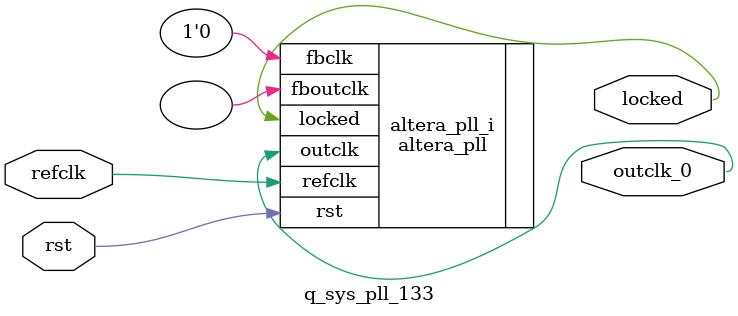
<source format=v>
`timescale 1ns/10ps
module  q_sys_pll_133(

	// interface 'refclk'
	input wire refclk,

	// interface 'reset'
	input wire rst,

	// interface 'outclk0'
	output wire outclk_0,

	// interface 'locked'
	output wire locked
);

	altera_pll #(
		.fractional_vco_multiplier("false"),
		.reference_clock_frequency("100.0 MHz"),
		.operation_mode("direct"),
		.number_of_clocks(1),
		.output_clock_frequency0("133.000000 MHz"),
		.phase_shift0("0 ps"),
		.duty_cycle0(50),
		.output_clock_frequency1("0 MHz"),
		.phase_shift1("0 ps"),
		.duty_cycle1(50),
		.output_clock_frequency2("0 MHz"),
		.phase_shift2("0 ps"),
		.duty_cycle2(50),
		.output_clock_frequency3("0 MHz"),
		.phase_shift3("0 ps"),
		.duty_cycle3(50),
		.output_clock_frequency4("0 MHz"),
		.phase_shift4("0 ps"),
		.duty_cycle4(50),
		.output_clock_frequency5("0 MHz"),
		.phase_shift5("0 ps"),
		.duty_cycle5(50),
		.output_clock_frequency6("0 MHz"),
		.phase_shift6("0 ps"),
		.duty_cycle6(50),
		.output_clock_frequency7("0 MHz"),
		.phase_shift7("0 ps"),
		.duty_cycle7(50),
		.output_clock_frequency8("0 MHz"),
		.phase_shift8("0 ps"),
		.duty_cycle8(50),
		.output_clock_frequency9("0 MHz"),
		.phase_shift9("0 ps"),
		.duty_cycle9(50),
		.output_clock_frequency10("0 MHz"),
		.phase_shift10("0 ps"),
		.duty_cycle10(50),
		.output_clock_frequency11("0 MHz"),
		.phase_shift11("0 ps"),
		.duty_cycle11(50),
		.output_clock_frequency12("0 MHz"),
		.phase_shift12("0 ps"),
		.duty_cycle12(50),
		.output_clock_frequency13("0 MHz"),
		.phase_shift13("0 ps"),
		.duty_cycle13(50),
		.output_clock_frequency14("0 MHz"),
		.phase_shift14("0 ps"),
		.duty_cycle14(50),
		.output_clock_frequency15("0 MHz"),
		.phase_shift15("0 ps"),
		.duty_cycle15(50),
		.output_clock_frequency16("0 MHz"),
		.phase_shift16("0 ps"),
		.duty_cycle16(50),
		.output_clock_frequency17("0 MHz"),
		.phase_shift17("0 ps"),
		.duty_cycle17(50),
		.pll_type("General"),
		.pll_subtype("General")
	) altera_pll_i (
		.rst	(rst),
		.outclk	({outclk_0}),
		.locked	(locked),
		.fboutclk	( ),
		.fbclk	(1'b0),
		.refclk	(refclk)
	);
endmodule


</source>
